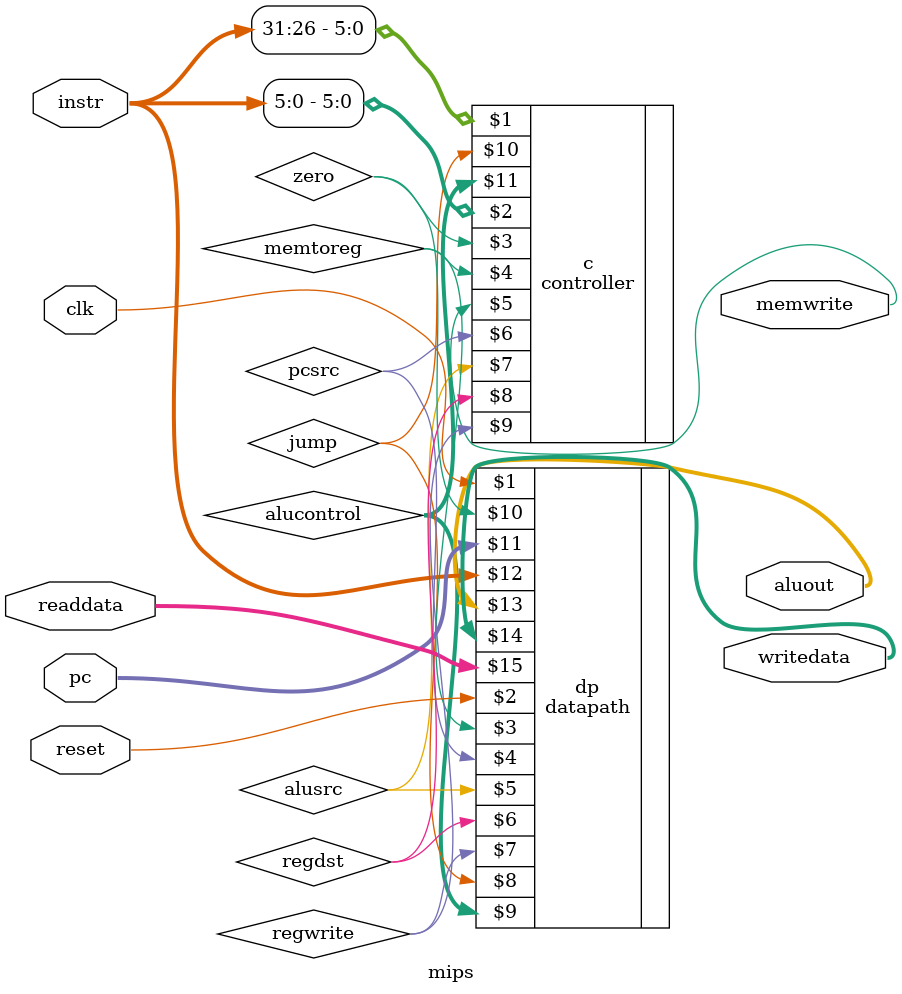
<source format=v>
`timescale 1ns / 1ps
module mips (
    input clk, reset,
    input [31:0] pc,
    input [31:0] instr,
    output memwrite,
    output [31:0] aluout, writedata,
    input [31:0] readdata
    );
    wire memtoreg, alusrc, regdst, regwrite, jump;
    wire [2:0] alucontrol;
    controller c(instr[31:26], instr[5:0],zero, memtoreg, memwrite, pcsrc, alusrc, regdst, regwrite, jump, alucontrol);
    
    datapath dp(clk, reset, memtoreg, pcsrc, alusrc, regdst, regwrite, jump, alucontrol, zero, pc, instr, aluout, writedata, readdata);
endmodule
</source>
